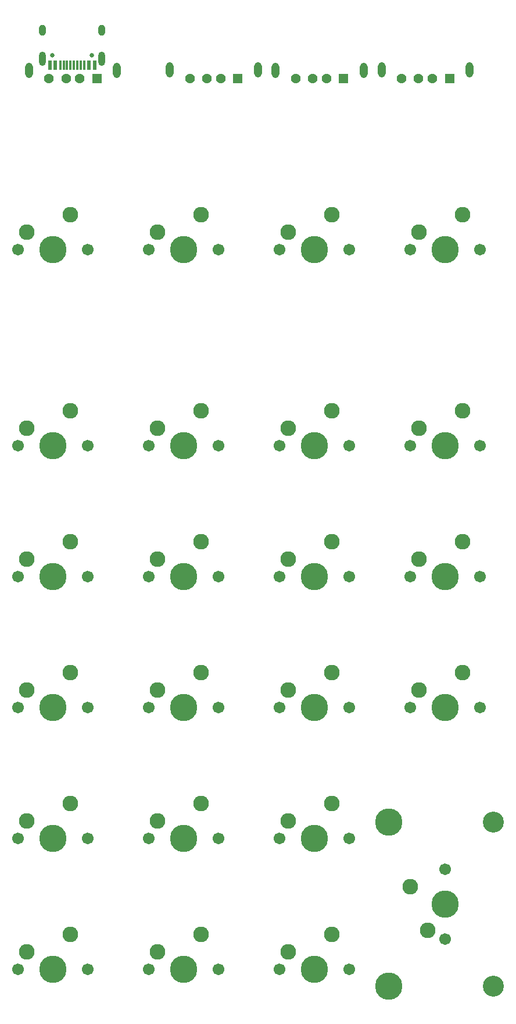
<source format=gbr>
%TF.GenerationSoftware,KiCad,Pcbnew,(6.99.0-222-g367431f825)*%
%TF.CreationDate,2022-01-14T00:46:19+01:00*%
%TF.ProjectId,usbhub-macropad,75736268-7562-42d6-9d61-63726f706164,rev?*%
%TF.SameCoordinates,Original*%
%TF.FileFunction,Soldermask,Top*%
%TF.FilePolarity,Negative*%
%FSLAX46Y46*%
G04 Gerber Fmt 4.6, Leading zero omitted, Abs format (unit mm)*
G04 Created by KiCad (PCBNEW (6.99.0-222-g367431f825)) date 2022-01-14 00:46:19*
%MOMM*%
%LPD*%
G01*
G04 APERTURE LIST*
%ADD10R,1.428000X1.428000*%
%ADD11C,1.428000*%
%ADD12O,1.108000X2.216000*%
%ADD13C,0.650000*%
%ADD14R,0.600000X1.450000*%
%ADD15R,0.300000X1.450000*%
%ADD16O,1.000000X2.100000*%
%ADD17O,1.000000X1.600000*%
%ADD18C,1.701800*%
%ADD19C,3.987800*%
%ADD20C,2.286000*%
%ADD21C,3.048000*%
G04 APERTURE END LIST*
D10*
%TO.C,J4*%
X116090000Y-26830000D03*
D11*
X113590000Y-26830000D03*
X111590000Y-26830000D03*
X109090000Y-26830000D03*
D12*
X118990000Y-25630000D03*
X106190000Y-25630000D03*
%TD*%
D10*
%TO.C,J3*%
X167455000Y-26815000D03*
D11*
X164955000Y-26815000D03*
X162955000Y-26815000D03*
X160455000Y-26815000D03*
D12*
X170355000Y-25615000D03*
X157555000Y-25615000D03*
%TD*%
D13*
%TO.C,J5*%
X115370000Y-23440000D03*
X109590000Y-23440000D03*
D14*
X115730000Y-24885000D03*
X114930000Y-24885000D03*
D15*
X113730000Y-24885000D03*
X112730000Y-24885000D03*
X112230000Y-24885000D03*
X111230000Y-24885000D03*
D14*
X110030000Y-24885000D03*
X109230000Y-24885000D03*
X109230000Y-24885000D03*
X110030000Y-24885000D03*
D15*
X110730000Y-24885000D03*
X111730000Y-24885000D03*
X113230000Y-24885000D03*
X114230000Y-24885000D03*
D14*
X114930000Y-24885000D03*
X115730000Y-24885000D03*
D16*
X116800000Y-23970000D03*
D17*
X116800000Y-19790000D03*
D16*
X108160000Y-23970000D03*
D17*
X108160000Y-19790000D03*
%TD*%
D18*
%TO.C,K0\u002C2*%
X142700000Y-51740000D03*
D19*
X147780000Y-51740000D03*
D18*
X152860000Y-51740000D03*
D20*
X150320000Y-46660000D03*
X143970000Y-49200000D03*
%TD*%
D18*
%TO.C,K0\u002C0*%
X104600000Y-51740000D03*
D19*
X109680000Y-51740000D03*
D18*
X114760000Y-51740000D03*
D20*
X112220000Y-46660000D03*
X105870000Y-49200000D03*
%TD*%
D18*
%TO.C,K0\u002C3*%
X161750000Y-51740000D03*
D19*
X166830000Y-51740000D03*
D18*
X171910000Y-51740000D03*
D20*
X169370000Y-46660000D03*
X163020000Y-49200000D03*
%TD*%
D18*
%TO.C,K0\u002C1*%
X123650000Y-51740000D03*
D19*
X128730000Y-51740000D03*
D18*
X133810000Y-51740000D03*
D20*
X131270000Y-46660000D03*
X124920000Y-49200000D03*
%TD*%
D18*
%TO.C,K1\u002C3*%
X161750000Y-80315000D03*
D19*
X166830000Y-80315000D03*
D18*
X171910000Y-80315000D03*
D20*
X169370000Y-75235000D03*
X163020000Y-77775000D03*
%TD*%
D18*
%TO.C,K1\u002C2*%
X142700000Y-80315000D03*
D19*
X147780000Y-80315000D03*
D18*
X152860000Y-80315000D03*
D20*
X150320000Y-75235000D03*
X143970000Y-77775000D03*
%TD*%
D18*
%TO.C,K1\u002C1*%
X123650000Y-80315000D03*
D19*
X128730000Y-80315000D03*
D18*
X133810000Y-80315000D03*
D20*
X131270000Y-75235000D03*
X124920000Y-77775000D03*
%TD*%
D18*
%TO.C,K1\u002C0*%
X104600000Y-80315000D03*
D19*
X109680000Y-80315000D03*
D18*
X114760000Y-80315000D03*
D20*
X112220000Y-75235000D03*
X105870000Y-77775000D03*
%TD*%
D18*
%TO.C,K2\u002C2*%
X142700000Y-99365000D03*
D19*
X147780000Y-99365000D03*
D18*
X152860000Y-99365000D03*
D20*
X150320000Y-94285000D03*
X143970000Y-96825000D03*
%TD*%
D18*
%TO.C,K2\u002C1*%
X123650000Y-99365000D03*
D19*
X128730000Y-99365000D03*
D18*
X133810000Y-99365000D03*
D20*
X131270000Y-94285000D03*
X124920000Y-96825000D03*
%TD*%
D18*
%TO.C,K2\u002C0*%
X104600000Y-99365000D03*
D19*
X109680000Y-99365000D03*
D18*
X114760000Y-99365000D03*
D20*
X112220000Y-94285000D03*
X105870000Y-96825000D03*
%TD*%
D18*
%TO.C,K2\u002C3*%
X161750000Y-99365000D03*
D19*
X166830000Y-99365000D03*
D18*
X171910000Y-99365000D03*
D20*
X169370000Y-94285000D03*
X163020000Y-96825000D03*
%TD*%
D18*
%TO.C,K3\u002C1*%
X123650000Y-118415000D03*
D19*
X128730000Y-118415000D03*
D18*
X133810000Y-118415000D03*
D20*
X131270000Y-113335000D03*
X124920000Y-115875000D03*
%TD*%
D18*
%TO.C,K3\u002C3*%
X161750000Y-118415000D03*
D19*
X166830000Y-118415000D03*
D18*
X171910000Y-118415000D03*
D20*
X169370000Y-113335000D03*
X163020000Y-115875000D03*
%TD*%
D18*
%TO.C,K3\u002C0*%
X104600000Y-118415000D03*
D19*
X109680000Y-118415000D03*
D18*
X114760000Y-118415000D03*
D20*
X112220000Y-113335000D03*
X105870000Y-115875000D03*
%TD*%
D18*
%TO.C,K3\u002C2*%
X142700000Y-118415000D03*
D19*
X147780000Y-118415000D03*
D18*
X152860000Y-118415000D03*
D20*
X150320000Y-113335000D03*
X143970000Y-115875000D03*
%TD*%
D18*
%TO.C,K4\u002C2*%
X142700000Y-137465000D03*
D19*
X147780000Y-137465000D03*
D18*
X152860000Y-137465000D03*
D20*
X150320000Y-132385000D03*
X143970000Y-134925000D03*
%TD*%
D18*
%TO.C,K4\u002C3*%
X166830000Y-152070000D03*
D19*
X166830000Y-146990000D03*
D18*
X166830000Y-141910000D03*
D20*
X161750000Y-144450000D03*
X164290000Y-150800000D03*
%TD*%
D18*
%TO.C,K4\u002C1*%
X123650000Y-137465000D03*
D19*
X128730000Y-137465000D03*
D18*
X133810000Y-137465000D03*
D20*
X131270000Y-132385000D03*
X124920000Y-134925000D03*
%TD*%
D18*
%TO.C,K4\u002C0*%
X104600000Y-137465000D03*
D19*
X109680000Y-137465000D03*
D18*
X114760000Y-137465000D03*
D20*
X112220000Y-132385000D03*
X105870000Y-134925000D03*
%TD*%
D18*
%TO.C,K5\u002C1*%
X123650000Y-156515000D03*
D19*
X128730000Y-156515000D03*
D18*
X133810000Y-156515000D03*
D20*
X131270000Y-151435000D03*
X124920000Y-153975000D03*
%TD*%
D18*
%TO.C,K5\u002C2*%
X142700000Y-156515000D03*
D19*
X147780000Y-156515000D03*
D18*
X152860000Y-156515000D03*
D20*
X150320000Y-151435000D03*
X143970000Y-153975000D03*
%TD*%
D21*
%TO.C,H1*%
X173815000Y-135090000D03*
D19*
X158575000Y-135090000D03*
D21*
X173815000Y-158890000D03*
D19*
X158575000Y-158890000D03*
%TD*%
D10*
%TO.C,J1*%
X136610000Y-26820000D03*
D11*
X134110000Y-26820000D03*
X132110000Y-26820000D03*
X129610000Y-26820000D03*
D12*
X139510000Y-25620000D03*
X126710000Y-25620000D03*
%TD*%
D10*
%TO.C,J2*%
X152020000Y-26830000D03*
D11*
X149520000Y-26830000D03*
X147520000Y-26830000D03*
X145020000Y-26830000D03*
D12*
X154920000Y-25630000D03*
X142120000Y-25630000D03*
%TD*%
D18*
%TO.C,K5\u002C0*%
X104600000Y-156515000D03*
D19*
X109680000Y-156515000D03*
D18*
X114760000Y-156515000D03*
D20*
X112220000Y-151435000D03*
X105870000Y-153975000D03*
%TD*%
M02*

</source>
